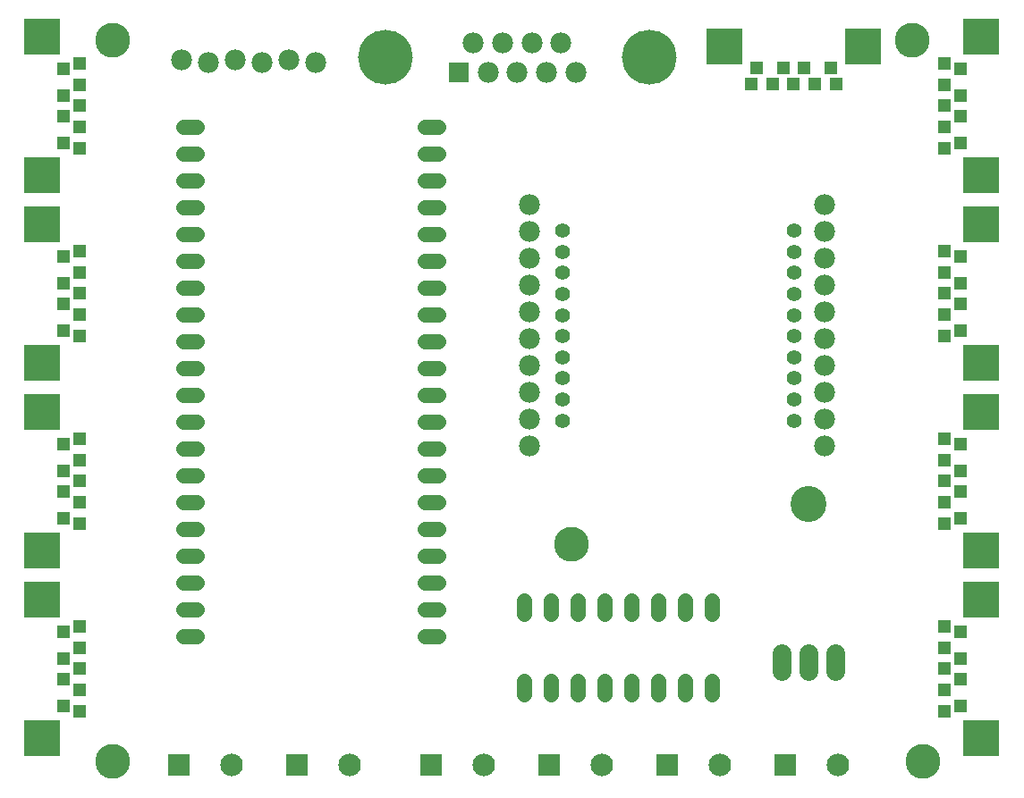
<source format=gbs>
G75*
G70*
%OFA0B0*%
%FSLAX24Y24*%
%IPPOS*%
%LPD*%
%AMOC8*
5,1,8,0,0,1.08239X$1,22.5*
%
%ADD10C,0.1300*%
%ADD11R,0.1346X0.1346*%
%ADD12R,0.0516X0.0516*%
%ADD13C,0.0560*%
%ADD14R,0.0840X0.0840*%
%ADD15C,0.0840*%
%ADD16C,0.0700*%
%ADD17C,0.1340*%
%ADD18C,0.0780*%
%ADD19R,0.0780X0.0780*%
%ADD20C,0.2040*%
%ADD21C,0.0555*%
D10*
X007392Y002762D03*
X024492Y010882D03*
X037592Y002762D03*
X037192Y029682D03*
X007392Y029682D03*
D11*
X004772Y003635D03*
X004772Y008808D03*
X004772Y010635D03*
X004772Y015808D03*
X004772Y017635D03*
X004772Y022808D03*
X004772Y024635D03*
X004772Y029808D03*
X030185Y029422D03*
X035358Y029422D03*
X039772Y029808D03*
X039772Y024635D03*
X039772Y022808D03*
X039772Y017635D03*
X039772Y015808D03*
X039772Y010635D03*
X039772Y008808D03*
X039772Y003635D03*
D12*
X038984Y004844D03*
X038394Y004647D03*
X038394Y005434D03*
X038984Y005828D03*
X038394Y006222D03*
X038984Y006615D03*
X038394Y007009D03*
X038984Y007600D03*
X038394Y007797D03*
X038394Y011647D03*
X038984Y011844D03*
X038394Y012434D03*
X038984Y012828D03*
X038394Y013222D03*
X038984Y013615D03*
X038394Y014009D03*
X038394Y014797D03*
X038984Y014600D03*
X038394Y018647D03*
X038984Y018844D03*
X038394Y019434D03*
X038984Y019828D03*
X038394Y020222D03*
X038984Y020615D03*
X038394Y021009D03*
X038394Y021797D03*
X038984Y021600D03*
X038394Y025647D03*
X038984Y025844D03*
X038394Y026434D03*
X038984Y026828D03*
X038394Y027222D03*
X038984Y027615D03*
X038394Y028009D03*
X038984Y028600D03*
X038394Y028797D03*
X034346Y028044D03*
X034150Y028634D03*
X033559Y028044D03*
X033165Y028634D03*
X032772Y028044D03*
X032378Y028634D03*
X031984Y028044D03*
X031197Y028044D03*
X031394Y028634D03*
X006150Y028797D03*
X005559Y028600D03*
X006150Y028009D03*
X005559Y027615D03*
X006150Y027222D03*
X005559Y026828D03*
X006150Y026434D03*
X005559Y025844D03*
X006150Y025647D03*
X006150Y021797D03*
X005559Y021600D03*
X006150Y021009D03*
X005559Y020615D03*
X006150Y020222D03*
X005559Y019828D03*
X006150Y019434D03*
X005559Y018844D03*
X006150Y018647D03*
X006150Y014797D03*
X005559Y014600D03*
X006150Y014009D03*
X005559Y013615D03*
X006150Y013222D03*
X005559Y012828D03*
X006150Y012434D03*
X005559Y011844D03*
X006150Y011647D03*
X006150Y007797D03*
X005559Y007600D03*
X006150Y007009D03*
X005559Y006615D03*
X006150Y006222D03*
X005559Y005828D03*
X006150Y005434D03*
X006150Y004647D03*
X005559Y004844D03*
D13*
X010012Y007422D02*
X010532Y007422D01*
X010532Y008422D02*
X010012Y008422D01*
X010012Y009422D02*
X010532Y009422D01*
X010532Y010422D02*
X010012Y010422D01*
X010012Y011422D02*
X010532Y011422D01*
X010532Y012422D02*
X010012Y012422D01*
X010012Y013422D02*
X010532Y013422D01*
X010532Y014422D02*
X010012Y014422D01*
X010012Y015422D02*
X010532Y015422D01*
X010532Y016422D02*
X010012Y016422D01*
X010012Y017422D02*
X010532Y017422D01*
X010532Y018422D02*
X010012Y018422D01*
X010012Y019422D02*
X010532Y019422D01*
X010532Y020422D02*
X010012Y020422D01*
X010012Y021422D02*
X010532Y021422D01*
X010532Y022422D02*
X010012Y022422D01*
X010012Y023422D02*
X010532Y023422D01*
X010532Y024422D02*
X010012Y024422D01*
X010012Y025422D02*
X010532Y025422D01*
X010532Y026422D02*
X010012Y026422D01*
X019012Y026422D02*
X019532Y026422D01*
X019532Y025422D02*
X019012Y025422D01*
X019012Y024422D02*
X019532Y024422D01*
X019532Y023422D02*
X019012Y023422D01*
X019012Y022422D02*
X019532Y022422D01*
X019532Y021422D02*
X019012Y021422D01*
X019012Y020422D02*
X019532Y020422D01*
X019532Y019422D02*
X019012Y019422D01*
X019012Y018422D02*
X019532Y018422D01*
X019532Y017422D02*
X019012Y017422D01*
X019012Y016422D02*
X019532Y016422D01*
X019532Y015422D02*
X019012Y015422D01*
X019012Y014422D02*
X019532Y014422D01*
X019532Y013422D02*
X019012Y013422D01*
X019012Y012422D02*
X019532Y012422D01*
X019532Y011422D02*
X019012Y011422D01*
X019012Y010422D02*
X019532Y010422D01*
X019532Y009422D02*
X019012Y009422D01*
X019012Y008422D02*
X019532Y008422D01*
X019532Y007422D02*
X019012Y007422D01*
X022722Y008262D02*
X022722Y008782D01*
X023722Y008782D02*
X023722Y008262D01*
X024722Y008262D02*
X024722Y008782D01*
X025722Y008782D02*
X025722Y008262D01*
X026722Y008262D02*
X026722Y008782D01*
X027722Y008782D02*
X027722Y008262D01*
X028722Y008262D02*
X028722Y008782D01*
X029722Y008782D02*
X029722Y008262D01*
X029722Y005782D02*
X029722Y005262D01*
X028722Y005262D02*
X028722Y005782D01*
X027722Y005782D02*
X027722Y005262D01*
X026722Y005262D02*
X026722Y005782D01*
X025722Y005782D02*
X025722Y005262D01*
X024722Y005262D02*
X024722Y005782D01*
X023722Y005782D02*
X023722Y005262D01*
X022722Y005262D02*
X022722Y005782D01*
D14*
X023672Y002622D03*
X028072Y002622D03*
X032472Y002622D03*
X019272Y002622D03*
X014272Y002622D03*
X009872Y002622D03*
D15*
X011840Y002622D03*
X016240Y002622D03*
X021240Y002622D03*
X025640Y002622D03*
X030040Y002622D03*
X034440Y002622D03*
D16*
X034322Y006142D02*
X034322Y006802D01*
X033322Y006802D02*
X033322Y006142D01*
X032322Y006142D02*
X032322Y006802D01*
D17*
X033322Y012372D03*
D18*
X033922Y014522D03*
X033922Y015522D03*
X033922Y016522D03*
X033922Y017522D03*
X033922Y018522D03*
X033922Y019522D03*
X033922Y020522D03*
X033922Y021522D03*
X033922Y022522D03*
X033922Y023522D03*
X024653Y028463D03*
X023562Y028463D03*
X022472Y028463D03*
X021381Y028463D03*
X020838Y029581D03*
X021928Y029581D03*
X023015Y029581D03*
X024106Y029581D03*
X022922Y023522D03*
X022922Y022522D03*
X022922Y021522D03*
X022922Y020522D03*
X022922Y019522D03*
X022922Y018522D03*
X022922Y017522D03*
X022922Y016522D03*
X022922Y015522D03*
X022922Y014522D03*
X014972Y028822D03*
X013972Y028922D03*
X012972Y028822D03*
X011972Y028922D03*
X010972Y028822D03*
X009972Y028922D03*
D19*
X020291Y028463D03*
D20*
X017550Y029022D03*
X027393Y029022D03*
D21*
X024141Y022565D03*
X024141Y021778D03*
X024141Y020990D03*
X024141Y020203D03*
X024141Y019415D03*
X024141Y018628D03*
X024141Y017841D03*
X024141Y017053D03*
X024141Y016266D03*
X024141Y015478D03*
X032802Y015478D03*
X032802Y016266D03*
X032802Y017053D03*
X032802Y017841D03*
X032802Y018628D03*
X032802Y019415D03*
X032802Y020203D03*
X032802Y020990D03*
X032802Y021778D03*
X032802Y022565D03*
M02*

</source>
